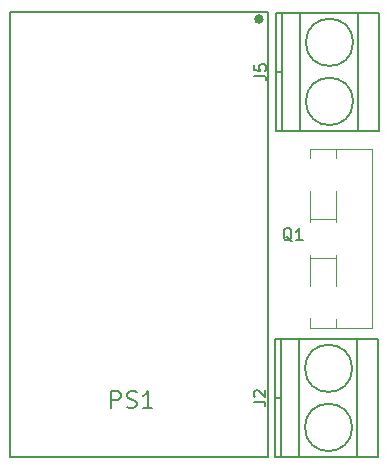
<source format=gto>
G04 #@! TF.GenerationSoftware,KiCad,Pcbnew,5.1.7-a382d34a8~88~ubuntu18.04.1*
G04 #@! TF.CreationDate,2021-08-20T00:55:45+05:30*
G04 #@! TF.ProjectId,BackEnd_HeavyDevice_v4,4261636b-456e-4645-9f48-656176794465,rev?*
G04 #@! TF.SameCoordinates,Original*
G04 #@! TF.FileFunction,Legend,Top*
G04 #@! TF.FilePolarity,Positive*
%FSLAX46Y46*%
G04 Gerber Fmt 4.6, Leading zero omitted, Abs format (unit mm)*
G04 Created by KiCad (PCBNEW 5.1.7-a382d34a8~88~ubuntu18.04.1) date 2021-08-20 00:55:45*
%MOMM*%
%LPD*%
G01*
G04 APERTURE LIST*
%ADD10C,0.120000*%
%ADD11C,0.150000*%
%ADD12C,0.400000*%
%ADD13C,0.127000*%
G04 APERTURE END LIST*
D10*
X144806000Y-124047000D02*
X144806000Y-123219000D01*
X144806000Y-120517000D02*
X144806000Y-117866000D01*
X144806000Y-115067000D02*
X144806000Y-112417000D01*
X144806000Y-109617000D02*
X144806000Y-108887000D01*
X150047000Y-124047000D02*
X150047000Y-108887000D01*
X144806000Y-124047000D02*
X150047000Y-124047000D01*
X144806000Y-108887000D02*
X150047000Y-108887000D01*
X147047000Y-123949000D02*
X147047000Y-123317000D01*
X147047000Y-120517000D02*
X147047000Y-117866000D01*
X147047000Y-115067000D02*
X147047000Y-112417000D01*
X147047000Y-109617000D02*
X147047000Y-108963000D01*
X144806000Y-118117000D02*
X147047000Y-118117000D01*
X144806000Y-114817000D02*
X147047000Y-114817000D01*
D11*
X142476000Y-102360100D02*
X141976000Y-102360100D01*
X143976000Y-97360100D02*
X143976000Y-107360100D01*
X148876000Y-97360100D02*
X148876000Y-107360100D01*
X142476000Y-97360100D02*
X142476000Y-107360100D01*
X141976000Y-97360100D02*
X141976000Y-107360100D01*
X141976000Y-107360100D02*
X150640000Y-107360100D01*
X150640000Y-107360100D02*
X150640000Y-97360100D01*
X150640000Y-97360100D02*
X141976000Y-97360100D01*
X148476000Y-104860100D02*
G75*
G03*
X148476000Y-104860100I-2000000J0D01*
G01*
X148476000Y-99860100D02*
G75*
G03*
X148476000Y-99860100I-2000000J0D01*
G01*
X142397000Y-129960000D02*
X141897000Y-129960000D01*
X143897000Y-124960000D02*
X143897000Y-134960000D01*
X148797000Y-124960000D02*
X148797000Y-134960000D01*
X142397000Y-124960000D02*
X142397000Y-134960000D01*
X141897000Y-124960000D02*
X141897000Y-134960000D01*
X141897000Y-134960000D02*
X150561000Y-134960000D01*
X150561000Y-134960000D02*
X150561000Y-124960000D01*
X150561000Y-124960000D02*
X141897000Y-124960000D01*
X148397000Y-132460000D02*
G75*
G03*
X148397000Y-132460000I-2000000J0D01*
G01*
X148397000Y-127460000D02*
G75*
G03*
X148397000Y-127460000I-2000000J0D01*
G01*
D12*
X140695000Y-97889000D02*
G75*
G03*
X140695000Y-97889000I-200000J0D01*
G01*
D13*
X119429000Y-134973000D02*
X119429000Y-97293000D01*
X141241000Y-134973000D02*
X119429000Y-134973000D01*
X141257000Y-97293000D02*
X141241000Y-134973000D01*
X119429000Y-97293000D02*
X141257000Y-97293000D01*
D11*
X143302761Y-116703899D02*
X143207523Y-116656280D01*
X143112285Y-116561041D01*
X142969428Y-116418184D01*
X142874190Y-116370565D01*
X142778952Y-116370565D01*
X142826571Y-116608660D02*
X142731333Y-116561041D01*
X142636095Y-116465803D01*
X142588476Y-116275327D01*
X142588476Y-115941994D01*
X142636095Y-115751518D01*
X142731333Y-115656280D01*
X142826571Y-115608660D01*
X143017047Y-115608660D01*
X143112285Y-115656280D01*
X143207523Y-115751518D01*
X143255142Y-115941994D01*
X143255142Y-116275327D01*
X143207523Y-116465803D01*
X143112285Y-116561041D01*
X143017047Y-116608660D01*
X142826571Y-116608660D01*
X144207523Y-116608660D02*
X143636095Y-116608660D01*
X143921809Y-116608660D02*
X143921809Y-115608660D01*
X143826571Y-115751518D01*
X143731333Y-115846756D01*
X143636095Y-115894375D01*
X140128380Y-102693433D02*
X140842666Y-102693433D01*
X140985523Y-102741052D01*
X141080761Y-102836290D01*
X141128380Y-102979147D01*
X141128380Y-103074385D01*
X140128380Y-101741052D02*
X140128380Y-102217242D01*
X140604571Y-102264861D01*
X140556952Y-102217242D01*
X140509333Y-102122004D01*
X140509333Y-101883909D01*
X140556952Y-101788671D01*
X140604571Y-101741052D01*
X140699809Y-101693433D01*
X140937904Y-101693433D01*
X141033142Y-101741052D01*
X141080761Y-101788671D01*
X141128380Y-101883909D01*
X141128380Y-102122004D01*
X141080761Y-102217242D01*
X141033142Y-102264861D01*
X140049380Y-130293333D02*
X140763666Y-130293333D01*
X140906523Y-130340952D01*
X141001761Y-130436190D01*
X141049380Y-130579047D01*
X141049380Y-130674285D01*
X140144619Y-129864761D02*
X140097000Y-129817142D01*
X140049380Y-129721904D01*
X140049380Y-129483809D01*
X140097000Y-129388571D01*
X140144619Y-129340952D01*
X140239857Y-129293333D01*
X140335095Y-129293333D01*
X140477952Y-129340952D01*
X141049380Y-129912380D01*
X141049380Y-129293333D01*
X128010160Y-130803193D02*
X128010160Y-129403193D01*
X128543493Y-129403193D01*
X128676826Y-129469860D01*
X128743493Y-129536526D01*
X128810160Y-129669860D01*
X128810160Y-129869860D01*
X128743493Y-130003193D01*
X128676826Y-130069860D01*
X128543493Y-130136526D01*
X128010160Y-130136526D01*
X129343493Y-130736526D02*
X129543493Y-130803193D01*
X129876826Y-130803193D01*
X130010160Y-130736526D01*
X130076826Y-130669860D01*
X130143493Y-130536526D01*
X130143493Y-130403193D01*
X130076826Y-130269860D01*
X130010160Y-130203193D01*
X129876826Y-130136526D01*
X129610160Y-130069860D01*
X129476826Y-130003193D01*
X129410160Y-129936526D01*
X129343493Y-129803193D01*
X129343493Y-129669860D01*
X129410160Y-129536526D01*
X129476826Y-129469860D01*
X129610160Y-129403193D01*
X129943493Y-129403193D01*
X130143493Y-129469860D01*
X131476826Y-130803193D02*
X130676826Y-130803193D01*
X131076826Y-130803193D02*
X131076826Y-129403193D01*
X130943493Y-129603193D01*
X130810160Y-129736526D01*
X130676826Y-129803193D01*
M02*

</source>
